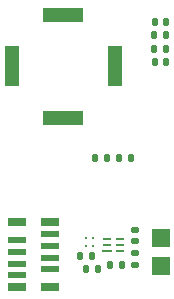
<source format=gbr>
%TF.GenerationSoftware,KiCad,Pcbnew,(6.0.11-0)*%
%TF.CreationDate,2023-03-16T18:41:31-05:00*%
%TF.ProjectId,STEP,53544550-2e6b-4696-9361-645f70636258,rev?*%
%TF.SameCoordinates,Original*%
%TF.FileFunction,Soldermask,Bot*%
%TF.FilePolarity,Negative*%
%FSLAX46Y46*%
G04 Gerber Fmt 4.6, Leading zero omitted, Abs format (unit mm)*
G04 Created by KiCad (PCBNEW (6.0.11-0)) date 2023-03-16 18:41:31*
%MOMM*%
%LPD*%
G01*
G04 APERTURE LIST*
G04 Aperture macros list*
%AMRoundRect*
0 Rectangle with rounded corners*
0 $1 Rounding radius*
0 $2 $3 $4 $5 $6 $7 $8 $9 X,Y pos of 4 corners*
0 Add a 4 corners polygon primitive as box body*
4,1,4,$2,$3,$4,$5,$6,$7,$8,$9,$2,$3,0*
0 Add four circle primitives for the rounded corners*
1,1,$1+$1,$2,$3*
1,1,$1+$1,$4,$5*
1,1,$1+$1,$6,$7*
1,1,$1+$1,$8,$9*
0 Add four rect primitives between the rounded corners*
20,1,$1+$1,$2,$3,$4,$5,0*
20,1,$1+$1,$4,$5,$6,$7,0*
20,1,$1+$1,$6,$7,$8,$9,0*
20,1,$1+$1,$8,$9,$2,$3,0*%
G04 Aperture macros list end*
%ADD10R,1.500000X0.800000*%
%ADD11R,1.500000X0.600000*%
%ADD12R,1.300000X3.400000*%
%ADD13R,3.400000X1.300000*%
%ADD14R,0.750000X0.280000*%
%ADD15R,0.850000X0.280000*%
%ADD16R,1.500000X1.500000*%
%ADD17RoundRect,0.135000X-0.135000X-0.185000X0.135000X-0.185000X0.135000X0.185000X-0.135000X0.185000X0*%
%ADD18RoundRect,0.135000X0.135000X0.185000X-0.135000X0.185000X-0.135000X-0.185000X0.135000X-0.185000X0*%
%ADD19RoundRect,0.135000X-0.185000X0.135000X-0.185000X-0.135000X0.185000X-0.135000X0.185000X0.135000X0*%
%ADD20C,0.330000*%
%ADD21RoundRect,0.140000X0.140000X0.170000X-0.140000X0.170000X-0.140000X-0.170000X0.140000X-0.170000X0*%
%ADD22RoundRect,0.140000X-0.140000X-0.170000X0.140000X-0.170000X0.140000X0.170000X-0.140000X0.170000X0*%
%ADD23RoundRect,0.140000X0.170000X-0.140000X0.170000X0.140000X-0.170000X0.140000X-0.170000X-0.140000X0*%
G04 APERTURE END LIST*
D10*
%TO.C,J1*%
X92215500Y-119483000D03*
X95015500Y-119483000D03*
X95015500Y-113983000D03*
X92215500Y-113983000D03*
D11*
X92215500Y-118483000D03*
X95015500Y-117983000D03*
X92215500Y-117483000D03*
X95015500Y-116983000D03*
X92215500Y-116483000D03*
X95015500Y-115983000D03*
X92215500Y-115483000D03*
X95015500Y-114983000D03*
%TD*%
D12*
%TO.C,U8*%
X100489000Y-100769500D03*
X91789000Y-100769500D03*
%TD*%
D13*
%TO.C,U6*%
X96139000Y-105119500D03*
X96139000Y-96419500D03*
%TD*%
D14*
%TO.C,U2*%
X100965000Y-116443000D03*
X100965000Y-115943000D03*
X100965000Y-115443000D03*
X99815000Y-115443000D03*
X99815000Y-115943000D03*
D15*
X99865000Y-116443000D03*
%TD*%
D16*
%TO.C,TP2*%
X104394000Y-117731000D03*
%TD*%
%TO.C,TP1*%
X104394000Y-115318000D03*
%TD*%
D17*
%TO.C,R18*%
X103856000Y-99314000D03*
X104876000Y-99314000D03*
%TD*%
D18*
%TO.C,R17*%
X104876000Y-98171000D03*
X103856000Y-98171000D03*
%TD*%
D17*
%TO.C,R8*%
X100862000Y-108585000D03*
X101882000Y-108585000D03*
%TD*%
D18*
%TO.C,R4*%
X98042000Y-117983000D03*
X99062000Y-117983000D03*
%TD*%
%TO.C,R3*%
X100074000Y-117602000D03*
X101094000Y-117602000D03*
%TD*%
D17*
%TO.C,R2*%
X98554000Y-116840000D03*
X97534000Y-116840000D03*
%TD*%
D19*
%TO.C,R1*%
X102235000Y-117604000D03*
X102235000Y-116584000D03*
%TD*%
D20*
%TO.C,Q1*%
X98690500Y-115962500D03*
X98040500Y-115962500D03*
X98690500Y-115312500D03*
X98040500Y-115312500D03*
%TD*%
D21*
%TO.C,C17*%
X104846000Y-100457000D03*
X103886000Y-100457000D03*
%TD*%
D22*
%TO.C,C16*%
X103914000Y-97028000D03*
X104874000Y-97028000D03*
%TD*%
D21*
%TO.C,C7*%
X99822000Y-108585000D03*
X98862000Y-108585000D03*
%TD*%
D23*
%TO.C,C2*%
X102235000Y-114610000D03*
X102235000Y-115570000D03*
%TD*%
M02*

</source>
